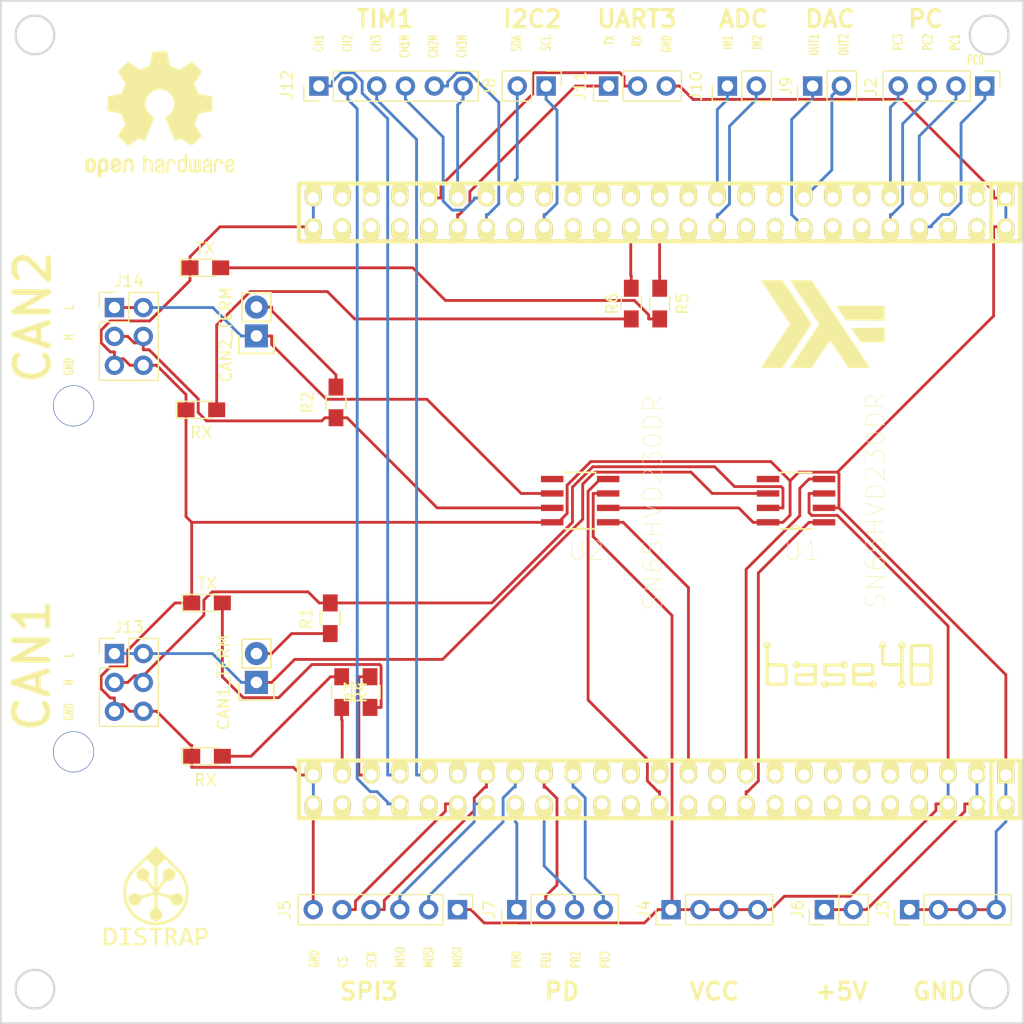
<source format=kicad_pcb>
(kicad_pcb (version 4) (host pcbnew 4.0.7)
  (title_block (title CAN4DISCO) (date 2017-01-26) (company BASE48))
  (layers (0 F.Cu signal) (31 B.Cu signal) (34 B.Paste user) (35 F.Paste user) (36 B.SilkS user) (37 F.SilkS user) (38 B.Mask user) (39 F.Mask user) (44 Edge.Cuts user))
  (net 0 "")
  (net 1 VCC)
  (net 2 GND)
  (net 3 /TIM1_CH1)
  (net 4 /TIM1_CH3)
  (net 5 /USART3_TX)
  (net 6 /PD1)
  (net 7 /PD3)
  (net 8 /CAN2_TX)
  (net 9 /CAN1_RX)
  (net 10 /+5V)
  (net 11 /CAN1_TX)
  (net 12 /CAN2_RX)
  (net 13 /PD2)
  (net 14 /PD0)
  (net 15 /USART3_RX)
  (net 16 /TIM1_CH2)
  (net 17 /TIM1_CH2N)
  (net 18 /I2C2_SCL)
  (net 19 /ADC2)
  (net 20 /DAC1_OUT)
  (net 21 /DAC2_OUT)
  (net 22 /ADC1)
  (net 23 /I2C2_SDA)
  (net 24 /TIM1_CH1N)
  (net 25 /TIM1_CH3N)
  (net 26 /CAN1_L)
  (net 27 "Net-(JP1-Pad2)")
  (net 28 /CAN2_L)
  (net 29 "Net-(JP2-Pad2)")
  (net 30 /CAN1_H)
  (net 31 /CAN2_H)
  (net 32 "Net-(D1-Pad2)")
  (net 33 "Net-(D2-Pad2)")
  (net 34 "Net-(D3-Pad2)")
  (net 35 "Net-(D4-Pad2)")
  (net 36 /CAN1_RX_LED)
  (net 37 /CAN1_TX_LED)
  (net 38 /SPI3_SCK)
  (net 39 /SPI3_MOSI)
  (net 40 /SPI3_MISO)
  (net 41 /SPI3_CS)
  (net 42 /CAN2_RX_LED)
  (net 43 /CAN2_TX_LED)
  (net 44 /PC2)
  (net 45 /PC0)
  (net 46 /PC1)
  (net 47 /PC3)
  (module Socket_Strips:Socket_Strip_Straight_1x02 (layer F.Cu) (at 112.5 110 90)
    (fp_text reference CAN1_TERM (at 0 -2.9 90) (layer F.SilkS))
    (fp_text value JUMPER)
    (pad 1 thru_hole rect (at 0 0 90) (size 2.032 2.032) (drill 1.016) (layers *.Cu *.Mask) (net 26 /CAN1_L))
    (pad 2 thru_hole oval (at 2.54 0 90) (size 2.032 2.032) (drill 1.016) (layers *.Cu *.Mask) (net 27 "Net-(JP1-Pad2)"))
  )
  (module Socket_Strips:Socket_Strip_Straight_1x02 (layer F.Cu) (at 112.5 79.5 90)
    (fp_text reference CAN2_TERM (at 0.1 -2.7 90) (layer F.SilkS))
    (fp_text value JUMPER)
    (pad 1 thru_hole rect (at 0 0 90) (size 2.032 2.032) (drill 1.016) (layers *.Cu *.Mask) (net 28 /CAN2_L))
    (pad 2 thru_hole oval (at 2.54 0 90) (size 2.032 2.032) (drill 1.016) (layers *.Cu *.Mask) (net 29 "Net-(JP2-Pad2)"))
  )
  (module Resistors_SMD:R_0805_HandSoldering (layer F.Cu) (at 119 104.35 90)
    (fp_text reference R1 (at 0 -2.1 90) (layer F.SilkS))
    (fp_text value 120R)
    (pad 1 smd rect (at -1.35 0 90) (size 1.5 1.3) (layers F.Cu F.Paste F.Mask) (net 27 "Net-(JP1-Pad2)"))
    (pad 2 smd rect (at 1.35 0 90) (size 1.5 1.3) (layers F.Cu F.Paste F.Mask) (net 30 /CAN1_H))
  )
  (module Resistors_SMD:R_0805_HandSoldering (layer F.Cu) (at 119.5 85.35 270)
    (fp_text reference R2 (at 0 2.5 270) (layer F.SilkS))
    (fp_text value 120R)
    (pad 1 smd rect (at -1.35 0 270) (size 1.5 1.3) (layers F.Cu F.Paste F.Mask) (net 29 "Net-(JP2-Pad2)"))
    (pad 2 smd rect (at 1.35 0 270) (size 1.5 1.3) (layers F.Cu F.Paste F.Mask) (net 31 /CAN2_H))
  )
  (module SN65HVD230DR:SOIC127P600X175-8N (layer F.Cu) (at 160 94 180)
    (fp_text reference U1 (at -0.508 -4.4196 180) (layer F.SilkS) (effects (font (size 1.64 1.64) (thickness 0.05))))
    (fp_text value SN65HVD230DR (at -7 0 270) (layer F.SilkS) (effects (font (size 1.64 1.64) (thickness 0.05))))
    (pad 1 smd rect (at -2.4638 -1.905 180) (size 1.9812 0.5588) (layers F.Cu F.Paste F.Mask) (net 11 /CAN1_TX))
    (pad 2 smd rect (at -2.4638 -0.635 180) (size 1.9812 0.5588) (layers F.Cu F.Paste F.Mask) (net 2 GND))
    (pad 3 smd rect (at -2.4638 0.635 180) (size 1.9812 0.5588) (layers F.Cu F.Paste F.Mask) (net 1 VCC))
    (pad 4 smd rect (at -2.4638 1.905 180) (size 1.9812 0.5588) (layers F.Cu F.Paste F.Mask) (net 9 /CAN1_RX))
    (pad 5 smd rect (at 2.4638 1.905 180) (size 1.9812 0.5588) (layers F.Cu F.Paste F.Mask))
    (pad 6 smd rect (at 2.4638 0.635 180) (size 1.9812 0.5588) (layers F.Cu F.Paste F.Mask) (net 26 /CAN1_L))
    (pad 7 smd rect (at 2.4638 -0.635 180) (size 1.9812 0.5588) (layers F.Cu F.Paste F.Mask) (net 30 /CAN1_H))
    (pad 8 smd rect (at 2.4638 -1.905 180) (size 1.9812 0.5588) (layers F.Cu F.Paste F.Mask) (net 2 GND))
  )
  (module SN65HVD230DR:SOIC127P600X175-8N (layer F.Cu) (at 141 94 180)
    (fp_text reference U2 (at -0.508 -4.4196 180) (layer F.SilkS) (effects (font (size 1.64 1.64) (thickness 0.05))))
    (fp_text value SN65HVD230DR (at -6.4 -0.2 270) (layer F.SilkS) (effects (font (size 1.64 1.64) (thickness 0.05))))
    (pad 1 smd rect (at -2.4638 -1.905 180) (size 1.9812 0.5588) (layers F.Cu F.Paste F.Mask) (net 8 /CAN2_TX))
    (pad 2 smd rect (at -2.4638 -0.635 180) (size 1.9812 0.5588) (layers F.Cu F.Paste F.Mask) (net 2 GND))
    (pad 3 smd rect (at -2.4638 0.635 180) (size 1.9812 0.5588) (layers F.Cu F.Paste F.Mask) (net 1 VCC))
    (pad 4 smd rect (at -2.4638 1.905 180) (size 1.9812 0.5588) (layers F.Cu F.Paste F.Mask) (net 12 /CAN2_RX))
    (pad 5 smd rect (at 2.4638 1.905 180) (size 1.9812 0.5588) (layers F.Cu F.Paste F.Mask))
    (pad 6 smd rect (at 2.4638 0.635 180) (size 1.9812 0.5588) (layers F.Cu F.Paste F.Mask) (net 28 /CAN2_L))
    (pad 7 smd rect (at 2.4638 -0.635 180) (size 1.9812 0.5588) (layers F.Cu F.Paste F.Mask) (net 31 /CAN2_H))
    (pad 8 smd rect (at 2.4638 -1.905 180) (size 1.9812 0.5588) (layers F.Cu F.Paste F.Mask) (net 2 GND))
  )
  (module Pin_Headers:Pin_Header_Straight_1x04_Pitch2.54mm (layer F.Cu) (at 176.62 57.5 270)
    (fp_text reference J2 (at 0.1 10.02 270) (layer F.SilkS))
    (fp_text value Conn_01x04)
    (pad 1 thru_hole rect (at 0 0 270) (size 1.7 1.7) (drill 1) (layers *.Cu *.Mask) (net 45 /PC0))
    (pad 2 thru_hole oval (at 0 2.54 270) (size 1.7 1.7) (drill 1) (layers *.Cu *.Mask) (net 46 /PC1))
    (pad 3 thru_hole oval (at 0 5.08 270) (size 1.7 1.7) (drill 1) (layers *.Cu *.Mask) (net 44 /PC2))
    (pad 4 thru_hole oval (at 0 7.62 270) (size 1.7 1.7) (drill 1) (layers *.Cu *.Mask) (net 47 /PC3))
  )
  (module Pin_Headers:Pin_Header_Straight_1x04_Pitch2.54mm (layer F.Cu) (at 170 130 90)
    (fp_text reference J3 (at 0 -2.33 90) (layer F.SilkS))
    (fp_text value Conn_01x04)
    (pad 1 thru_hole rect (at 0 0 90) (size 1.7 1.7) (drill 1) (layers *.Cu *.Mask) (net 2 GND))
    (pad 2 thru_hole oval (at 0 2.54 90) (size 1.7 1.7) (drill 1) (layers *.Cu *.Mask) (net 2 GND))
    (pad 3 thru_hole oval (at 0 5.08 90) (size 1.7 1.7) (drill 1) (layers *.Cu *.Mask) (net 2 GND))
    (pad 4 thru_hole oval (at 0 7.62 90) (size 1.7 1.7) (drill 1) (layers *.Cu *.Mask) (net 2 GND))
  )
  (module Pin_Headers:Pin_Header_Straight_1x04_Pitch2.54mm (layer F.Cu) (at 149 130 90)
    (fp_text reference J4 (at 0 -2.33 90) (layer F.SilkS))
    (fp_text value Conn_01x04)
    (pad 1 thru_hole rect (at 0 0 90) (size 1.7 1.7) (drill 1) (layers *.Cu *.Mask) (net 1 VCC))
    (pad 2 thru_hole oval (at 0 2.54 90) (size 1.7 1.7) (drill 1) (layers *.Cu *.Mask) (net 1 VCC))
    (pad 3 thru_hole oval (at 0 5.08 90) (size 1.7 1.7) (drill 1) (layers *.Cu *.Mask) (net 1 VCC))
    (pad 4 thru_hole oval (at 0 7.62 90) (size 1.7 1.7) (drill 1) (layers *.Cu *.Mask) (net 1 VCC))
  )
  (module Pin_Headers:Pin_Header_Straight_1x06_Pitch2.54mm (layer F.Cu) (at 130.2 130 270)
    (fp_text reference J5 (at 0 15.2 270) (layer F.SilkS))
    (fp_text value Conn_01x06)
    (pad 1 thru_hole rect (at 0 0 270) (size 1.7 1.7) (drill 1) (layers *.Cu *.Mask) (net 1 VCC))
    (pad 2 thru_hole oval (at 0 2.54 270) (size 1.7 1.7) (drill 1) (layers *.Cu *.Mask) (net 39 /SPI3_MOSI))
    (pad 3 thru_hole oval (at 0 5.08 270) (size 1.7 1.7) (drill 1) (layers *.Cu *.Mask) (net 40 /SPI3_MISO))
    (pad 4 thru_hole oval (at 0 7.62 270) (size 1.7 1.7) (drill 1) (layers *.Cu *.Mask) (net 38 /SPI3_SCK))
    (pad 5 thru_hole oval (at 0 10.16 270) (size 1.7 1.7) (drill 1) (layers *.Cu *.Mask) (net 41 /SPI3_CS))
    (pad 6 thru_hole oval (at 0 12.7 270) (size 1.7 1.7) (drill 1) (layers *.Cu *.Mask) (net 2 GND))
  )
  (module Pin_Headers:Pin_Header_Straight_1x02_Pitch2.54mm (layer F.Cu) (at 162.5 130 90)
    (fp_text reference J6 (at 0 -2.33 90) (layer F.SilkS))
    (fp_text value Conn_01x02)
    (pad 1 thru_hole rect (at 0 0 90) (size 1.7 1.7) (drill 1) (layers *.Cu *.Mask) (net 10 /+5V))
    (pad 2 thru_hole oval (at 0 2.54 90) (size 1.7 1.7) (drill 1) (layers *.Cu *.Mask) (net 10 /+5V))
  )
  (module Pin_Headers:Pin_Header_Straight_1x04_Pitch2.54mm (layer F.Cu) (at 135.42 130 90)
    (fp_text reference J7 (at 0 -2.42 90) (layer F.SilkS))
    (fp_text value Conn_01x04)
    (pad 1 thru_hole rect (at 0 0 90) (size 1.7 1.7) (drill 1) (layers *.Cu *.Mask) (net 14 /PD0))
    (pad 2 thru_hole oval (at 0 2.54 90) (size 1.7 1.7) (drill 1) (layers *.Cu *.Mask) (net 6 /PD1))
    (pad 3 thru_hole oval (at 0 5.08 90) (size 1.7 1.7) (drill 1) (layers *.Cu *.Mask) (net 13 /PD2))
    (pad 4 thru_hole oval (at 0 7.62 90) (size 1.7 1.7) (drill 1) (layers *.Cu *.Mask) (net 7 /PD3))
  )
  (module Pin_Headers:Pin_Header_Straight_1x02_Pitch2.54mm (layer F.Cu) (at 138 57.5 270)
    (fp_text reference J8 (at 0.1 5 270) (layer F.SilkS))
    (fp_text value Conn_01x02)
    (pad 1 thru_hole rect (at 0 0 270) (size 1.7 1.7) (drill 1) (layers *.Cu *.Mask) (net 18 /I2C2_SCL))
    (pad 2 thru_hole oval (at 0 2.54 270) (size 1.7 1.7) (drill 1) (layers *.Cu *.Mask) (net 23 /I2C2_SDA))
  )
  (module Pin_Headers:Pin_Header_Straight_1x02_Pitch2.54mm (layer F.Cu) (at 161.46 57.5 90)
    (fp_text reference J9 (at 0 -2.33 90) (layer F.SilkS))
    (fp_text value Conn_01x02)
    (pad 1 thru_hole rect (at 0 0 90) (size 1.7 1.7) (drill 1) (layers *.Cu *.Mask) (net 20 /DAC1_OUT))
    (pad 2 thru_hole oval (at 0 2.54 90) (size 1.7 1.7) (drill 1) (layers *.Cu *.Mask) (net 21 /DAC2_OUT))
  )
  (module Pin_Headers:Pin_Header_Straight_1x02_Pitch2.54mm (layer F.Cu) (at 153.96 57.5 90)
    (fp_text reference J10 (at 0 -2.76 90) (layer F.SilkS))
    (fp_text value Conn_01x02)
    (pad 1 thru_hole rect (at 0 0 90) (size 1.7 1.7) (drill 1) (layers *.Cu *.Mask) (net 22 /ADC1))
    (pad 2 thru_hole oval (at 0 2.54 90) (size 1.7 1.7) (drill 1) (layers *.Cu *.Mask) (net 19 /ADC2))
  )
  (module Pin_Headers:Pin_Header_Straight_1x03_Pitch2.54mm (layer F.Cu) (at 143.5 57.5 90)
    (fp_text reference J11 (at 0 -2.5 90) (layer F.SilkS))
    (fp_text value Conn_01x03)
    (pad 1 thru_hole rect (at 0 0 90) (size 1.7 1.7) (drill 1) (layers *.Cu *.Mask) (net 5 /USART3_TX))
    (pad 2 thru_hole oval (at 0 2.54 90) (size 1.7 1.7) (drill 1) (layers *.Cu *.Mask) (net 15 /USART3_RX))
    (pad 3 thru_hole oval (at 0 5.08 90) (size 1.7 1.7) (drill 1) (layers *.Cu *.Mask) (net 2 GND))
  )
  (module Pin_Headers:Pin_Header_Straight_1x06_Pitch2.54mm (layer F.Cu) (at 118 57.5 90)
    (fp_text reference J12 (at 0.1 -2.8 90) (layer F.SilkS))
    (fp_text value Conn_01x06)
    (pad 1 thru_hole rect (at 0 0 90) (size 1.7 1.7) (drill 1) (layers *.Cu *.Mask) (net 3 /TIM1_CH1))
    (pad 2 thru_hole oval (at 0 2.54 90) (size 1.7 1.7) (drill 1) (layers *.Cu *.Mask) (net 16 /TIM1_CH2))
    (pad 3 thru_hole oval (at 0 5.08 90) (size 1.7 1.7) (drill 1) (layers *.Cu *.Mask) (net 4 /TIM1_CH3))
    (pad 4 thru_hole oval (at 0 7.62 90) (size 1.7 1.7) (drill 1) (layers *.Cu *.Mask) (net 24 /TIM1_CH1N))
    (pad 5 thru_hole oval (at 0 10.16 90) (size 1.7 1.7) (drill 1) (layers *.Cu *.Mask) (net 17 /TIM1_CH2N))
    (pad 6 thru_hole oval (at 0 12.7 90) (size 1.7 1.7) (drill 1) (layers *.Cu *.Mask) (net 25 /TIM1_CH3N))
  )
  (module Resistors_SMD:R_0805_HandSoldering (layer F.Cu) (at 122.5 110.85 90)
    (fp_text reference R3 (at 0 -1.7 90) (layer F.SilkS))
    (fp_text value 120R)
    (pad 1 smd rect (at -1.35 0 90) (size 1.5 1.3) (layers F.Cu F.Paste F.Mask) (net 32 "Net-(D1-Pad2)"))
    (pad 2 smd rect (at 1.35 0 90) (size 1.5 1.3) (layers F.Cu F.Paste F.Mask) (net 37 /CAN1_TX_LED))
  )
  (module Resistors_SMD:R_0805_HandSoldering (layer F.Cu) (at 120 110.85 270)
    (fp_text reference R4 (at 0 -1.7 270) (layer F.SilkS))
    (fp_text value 120R)
    (pad 1 smd rect (at -1.35 0 270) (size 1.5 1.3) (layers F.Cu F.Paste F.Mask) (net 33 "Net-(D2-Pad2)"))
    (pad 2 smd rect (at 1.35 0 270) (size 1.5 1.3) (layers F.Cu F.Paste F.Mask) (net 36 /CAN1_RX_LED))
  )
  (module Resistors_SMD:R_0805_HandSoldering (layer F.Cu) (at 148 76.65 90)
    (fp_text reference R5 (at 0 2 90) (layer F.SilkS))
    (fp_text value 120R)
    (pad 1 smd rect (at -1.35 0 90) (size 1.5 1.3) (layers F.Cu F.Paste F.Mask) (net 34 "Net-(D3-Pad2)"))
    (pad 2 smd rect (at 1.35 0 90) (size 1.5 1.3) (layers F.Cu F.Paste F.Mask) (net 43 /CAN2_TX_LED))
  )
  (module Resistors_SMD:R_0805_HandSoldering (layer F.Cu) (at 145.5 76.65 90)
    (fp_text reference R6 (at 0 -1.7 90) (layer F.SilkS))
    (fp_text value 120R)
    (pad 1 smd rect (at -1.35 0 90) (size 1.5 1.3) (layers F.Cu F.Paste F.Mask) (net 35 "Net-(D4-Pad2)"))
    (pad 2 smd rect (at 1.35 0 90) (size 1.5 1.3) (layers F.Cu F.Paste F.Mask) (net 42 /CAN2_RX_LED))
  )
  (module LEDs:LED_0805_HandSoldering (layer F.Cu) (at 108.15 103)
    (fp_text reference TX (at 0 -1.7) (layer F.SilkS))
    (fp_text value LED)
    (pad 1 smd rect (at -1.35 0) (size 1.5 1.3) (layers F.Cu F.Paste F.Mask) (net 2 GND))
    (pad 2 smd rect (at 1.35 0) (size 1.5 1.3) (layers F.Cu F.Paste F.Mask) (net 32 "Net-(D1-Pad2)"))
  )
  (module LEDs:LED_0805_HandSoldering (layer F.Cu) (at 108.15 116.5)
    (fp_text reference RX (at -0.15 2.1) (layer F.SilkS))
    (fp_text value LED)
    (pad 1 smd rect (at -1.35 0) (size 1.5 1.3) (layers F.Cu F.Paste F.Mask) (net 2 GND))
    (pad 2 smd rect (at 1.35 0) (size 1.5 1.3) (layers F.Cu F.Paste F.Mask) (net 33 "Net-(D2-Pad2)"))
  )
  (module LEDs:LED_0805_HandSoldering (layer F.Cu) (at 108 73.5)
    (fp_text reference TX (at 0 -1.7) (layer F.SilkS))
    (fp_text value LED)
    (pad 1 smd rect (at -1.35 0) (size 1.5 1.3) (layers F.Cu F.Paste F.Mask) (net 2 GND))
    (pad 2 smd rect (at 1.35 0) (size 1.5 1.3) (layers F.Cu F.Paste F.Mask) (net 34 "Net-(D3-Pad2)"))
  )
  (module LEDs:LED_0805_HandSoldering (layer F.Cu) (at 107.65 86)
    (fp_text reference RX (at 0 2) (layer F.SilkS))
    (fp_text value LED)
    (pad 1 smd rect (at -1.35 0) (size 1.5 1.3) (layers F.Cu F.Paste F.Mask) (net 2 GND))
    (pad 2 smd rect (at 1.35 0) (size 1.5 1.3) (layers F.Cu F.Paste F.Mask) (net 35 "Net-(D4-Pad2)"))
  )
  (module f4disco_minimal:stm32f4_discovery_header (layer F.Cu) (at 163.79 94.02)
    (fp_text reference J1 hide)
    (fp_text value STM32F4_Discovery_Header hide)
    (pad 51 thru_hole oval (at -46.28 24.13) (size 1.5 2) (drill 0.99822 (offset 0 -0.25)) (layers *.Cu *.Mask F.SilkS) (net 2 GND))
    (pad 53 thru_hole oval (at -43.74 24.13) (size 1.5 2) (drill 0.99822 (offset 0 -0.25)) (layers *.Cu *.Mask F.SilkS) (net 36 /CAN1_RX_LED))
    (pad 55 thru_hole oval (at -41.2 24.13) (size 1.5 2) (drill 0.99822 (offset 0 -0.25)) (layers *.Cu *.Mask F.SilkS) (net 37 /CAN1_TX_LED))
    (pad 57 thru_hole oval (at -38.66 24.13) (size 1.5 2) (drill 0.99822 (offset 0 -0.25)) (layers *.Cu *.Mask F.SilkS) (net 3 /TIM1_CH1))
    (pad 59 thru_hole oval (at -36.12 24.13) (size 1.5 2) (drill 0.99822 (offset 0 -0.25)) (layers *.Cu *.Mask F.SilkS) (net 4 /TIM1_CH3))
    (pad 61 thru_hole oval (at -33.58 24.13) (size 1.5 2) (drill 0.99822 (offset 0 -0.25)) (layers *.Cu *.Mask F.SilkS))
    (pad 63 thru_hole oval (at -31.04 24.13) (size 1.5 2) (drill 0.99822 (offset 0 -0.25)) (layers *.Cu *.Mask F.SilkS) (net 38 /SPI3_SCK))
    (pad 65 thru_hole oval (at -28.5 24.13) (size 1.5 2) (drill 0.99822 (offset 0 -0.25)) (layers *.Cu *.Mask F.SilkS) (net 39 /SPI3_MOSI))
    (pad 67 thru_hole oval (at -25.96 24.13) (size 1.5 2) (drill 0.99822 (offset 0 -0.25)) (layers *.Cu *.Mask F.SilkS) (net 6 /PD1))
    (pad 69 thru_hole oval (at -23.42 24.13) (size 1.5 2) (drill 0.99822 (offset 0 -0.25)) (layers *.Cu *.Mask F.SilkS) (net 7 /PD3))
    (pad 71 thru_hole oval (at -20.88 24.13) (size 1.5 2) (drill 0.99822 (offset 0 -0.25)) (layers *.Cu *.Mask F.SilkS))
    (pad 73 thru_hole oval (at -18.34 24.13) (size 1.5 2) (drill 0.99822 (offset 0 -0.25)) (layers *.Cu *.Mask F.SilkS))
    (pad 75 thru_hole oval (at -15.8 24.13) (size 1.5 2) (drill 0.99822 (offset 0 -0.25)) (layers *.Cu *.Mask F.SilkS))
    (pad 77 thru_hole oval (at -13.26 24.13) (size 1.5 2) (drill 0.99822 (offset 0 -0.25)) (layers *.Cu *.Mask F.SilkS) (net 8 /CAN2_TX))
    (pad 79 thru_hole oval (at -10.72 24.13) (size 1.5 2) (drill 0.99822 (offset 0 -0.25)) (layers *.Cu *.Mask F.SilkS))
    (pad 81 thru_hole oval (at -8.18 24.13) (size 1.5 2) (drill 0.99822 (offset 0 -0.25)) (layers *.Cu *.Mask F.SilkS) (net 9 /CAN1_RX))
    (pad 83 thru_hole oval (at -5.64 24.13) (size 1.5 2) (drill 0.99822 (offset 0 -0.25)) (layers *.Cu *.Mask F.SilkS))
    (pad 85 thru_hole oval (at -3.1 24.13) (size 1.5 2) (drill 0.99822 (offset 0 -0.25)) (layers *.Cu *.Mask F.SilkS))
    (pad 87 thru_hole oval (at -0.56 24.13) (size 1.5 2) (drill 0.99822 (offset 0 -0.25)) (layers *.Cu *.Mask F.SilkS))
    (pad 89 thru_hole oval (at 1.98 24.13) (size 1.5 2) (drill 0.99822 (offset 0 -0.25)) (layers *.Cu *.Mask F.SilkS))
    (pad 91 thru_hole oval (at 4.52 24.13) (size 1.5 2) (drill 0.99822 (offset 0 -0.25)) (layers *.Cu *.Mask F.SilkS))
    (pad 93 thru_hole oval (at 7.06 24.13) (size 1.5 2) (drill 0.99822 (offset 0 -0.25)) (layers *.Cu *.Mask F.SilkS))
    (pad 95 thru_hole oval (at 9.6 24.13) (size 1.5 2) (drill 0.99822 (offset 0 -0.25)) (layers *.Cu *.Mask F.SilkS) (net 1 VCC))
    (pad 97 thru_hole oval (at 12.14 24.13) (size 1.5 2) (drill 0.99822 (offset 0 -0.25)) (layers *.Cu *.Mask F.SilkS) (net 10 /+5V))
    (pad 99 thru_hole rect (at 14.68 24.13) (size 1.5 2) (drill 1.00076 (offset 0 -0.25)) (layers *.Cu *.Mask F.SilkS) (net 2 GND))
    (pad 100 thru_hole oval (at 14.68 26.67) (size 1.5 2) (drill 1.00076 (offset 0 0.25)) (layers *.Cu *.Mask F.SilkS) (net 2 GND))
    (pad 98 thru_hole oval (at 12.14 26.67) (size 1.5 2) (drill 1.00076 (offset 0 0.25)) (layers *.Cu *.Mask F.SilkS) (net 10 /+5V))
    (pad 96 thru_hole oval (at 9.6 26.67) (size 1.5 2) (drill 1.00076 (offset 0 0.25)) (layers *.Cu *.Mask F.SilkS) (net 1 VCC))
    (pad 94 thru_hole oval (at 7.06 26.67) (size 1.5 2) (drill 1.00076 (offset 0 0.25)) (layers *.Cu *.Mask F.SilkS))
    (pad 92 thru_hole oval (at 4.52 26.67) (size 1.5 2) (drill 1.00076 (offset 0 0.25)) (layers *.Cu *.Mask F.SilkS))
    (pad 90 thru_hole oval (at 1.98 26.67) (size 1.5 2) (drill 1.00076 (offset 0 0.25)) (layers *.Cu *.Mask F.SilkS))
    (pad 88 thru_hole oval (at -0.56 26.67) (size 1.5 2) (drill 1.00076 (offset 0 0.25)) (layers *.Cu *.Mask F.SilkS))
    (pad 86 thru_hole oval (at -3.1 26.67) (size 1.5 2) (drill 1.00076 (offset 0 0.25)) (layers *.Cu *.Mask F.SilkS))
    (pad 84 thru_hole oval (at -5.64 26.67) (size 1.5 2) (drill 1.00076 (offset 0 0.25)) (layers *.Cu *.Mask F.SilkS))
    (pad 82 thru_hole oval (at -8.18 26.67) (size 1.5 2) (drill 1.00076 (offset 0 0.25)) (layers *.Cu *.Mask F.SilkS) (net 11 /CAN1_TX))
    (pad 80 thru_hole oval (at -10.72 26.67) (size 1.5 2) (drill 1.00076 (offset 0 0.25)) (layers *.Cu *.Mask F.SilkS))
    (pad 78 thru_hole oval (at -13.26 26.67) (size 1.5 2) (drill 1.00076 (offset 0 0.25)) (layers *.Cu *.Mask F.SilkS))
    (pad 76 thru_hole oval (at -15.8 26.67) (size 1.5 2) (drill 1.00076 (offset 0 0.25)) (layers *.Cu *.Mask F.SilkS) (net 12 /CAN2_RX))
    (pad 74 thru_hole oval (at -18.34 26.67) (size 1.5 2) (drill 1.00076 (offset 0 0.25)) (layers *.Cu *.Mask F.SilkS))
    (pad 72 thru_hole oval (at -20.88 26.67) (size 1.5 2) (drill 1.00076 (offset 0 0.25)) (layers *.Cu *.Mask F.SilkS))
    (pad 70 thru_hole oval (at -23.42 26.67) (size 1.5 2) (drill 1.00076 (offset 0 0.25)) (layers *.Cu *.Mask F.SilkS))
    (pad 68 thru_hole oval (at -25.96 26.67) (size 1.5 2) (drill 1.00076 (offset 0 0.25)) (layers *.Cu *.Mask F.SilkS) (net 13 /PD2))
    (pad 66 thru_hole oval (at -28.5 26.67) (size 1.5 2) (drill 1.00076 (offset 0 0.25)) (layers *.Cu *.Mask F.SilkS) (net 14 /PD0))
    (pad 64 thru_hole oval (at -31.04 26.67) (size 1.5 2) (drill 1.00076 (offset 0 0.25)) (layers *.Cu *.Mask F.SilkS) (net 40 /SPI3_MISO))
    (pad 62 thru_hole oval (at -33.58 26.67) (size 1.5 2) (drill 1.00076 (offset 0 0.25)) (layers *.Cu *.Mask F.SilkS) (net 41 /SPI3_CS))
    (pad 60 thru_hole oval (at -36.12 26.67) (size 1.5 2) (drill 1.00076 (offset 0 0.25)) (layers *.Cu *.Mask F.SilkS))
    (pad 58 thru_hole oval (at -38.66 26.67) (size 1.5 2) (drill 1.00076 (offset 0 0.25)) (layers *.Cu *.Mask F.SilkS) (net 16 /TIM1_CH2))
    (pad 56 thru_hole oval (at -41.2 26.67) (size 1.5 2) (drill 1.00076 (offset 0 0.25)) (layers *.Cu *.Mask F.SilkS))
    (pad 54 thru_hole oval (at -43.74 26.67) (size 1.5 2) (drill 1.00076 (offset 0 0.25)) (layers *.Cu *.Mask F.SilkS))
    (pad 52 thru_hole oval (at -46.28 26.67) (size 1.5 2) (drill 1.00076 (offset 0 0.25)) (layers *.Cu *.Mask F.SilkS) (net 2 GND))
    (pad 50 thru_hole oval (at -46.28 -24.13) (size 1.5 2) (drill 1.00076 (offset 0 0.25)) (layers *.Cu *.Mask F.SilkS) (net 2 GND))
    (pad 48 thru_hole oval (at -43.74 -24.13) (size 1.5 2) (drill 1.00076 (offset 0 0.25)) (layers *.Cu *.Mask F.SilkS))
    (pad 46 thru_hole oval (at -41.2 -24.13) (size 1.5 2) (drill 1.00076 (offset 0 0.25)) (layers *.Cu *.Mask F.SilkS))
    (pad 44 thru_hole oval (at -38.66 -24.13) (size 1.5 2) (drill 1.00076 (offset 0 0.25)) (layers *.Cu *.Mask F.SilkS))
    (pad 42 thru_hole oval (at -36.12 -24.13) (size 1.5 2) (drill 1.00076 (offset 0 0.25)) (layers *.Cu *.Mask F.SilkS))
    (pad 40 thru_hole oval (at -33.58 -24.13) (size 1.5 2) (drill 1.00076 (offset 0 0.25)) (layers *.Cu *.Mask F.SilkS) (net 5 /USART3_TX))
    (pad 38 thru_hole oval (at -31.04 -24.13) (size 1.5 2) (drill 1.00076 (offset 0 0.25)) (layers *.Cu *.Mask F.SilkS) (net 17 /TIM1_CH2N))
    (pad 36 thru_hole oval (at -28.5 -24.13) (size 1.5 2) (drill 1.00076 (offset 0 0.25)) (layers *.Cu *.Mask F.SilkS))
    (pad 34 thru_hole oval (at -25.96 -24.13) (size 1.5 2) (drill 1.00076 (offset 0 0.25)) (layers *.Cu *.Mask F.SilkS) (net 18 /I2C2_SCL))
    (pad 32 thru_hole oval (at -23.42 -24.13) (size 1.5 2) (drill 1.00076 (offset 0 0.25)) (layers *.Cu *.Mask F.SilkS))
    (pad 30 thru_hole oval (at -20.88 -24.13) (size 1.5 2) (drill 1.00076 (offset 0 0.25)) (layers *.Cu *.Mask F.SilkS))
    (pad 28 thru_hole oval (at -18.34 -24.13) (size 1.5 2) (drill 1.00076 (offset 0 0.25)) (layers *.Cu *.Mask F.SilkS) (net 42 /CAN2_RX_LED))
    (pad 26 thru_hole oval (at -15.8 -24.13) (size 1.5 2) (drill 1.00076 (offset 0 0.25)) (layers *.Cu *.Mask F.SilkS) (net 43 /CAN2_TX_LED))
    (pad 24 thru_hole oval (at -13.26 -24.13) (size 1.5 2) (drill 1.00076 (offset 0 0.25)) (layers *.Cu *.Mask F.SilkS))
    (pad 22 thru_hole oval (at -10.72 -24.13) (size 1.5 2) (drill 1.00076 (offset 0 0.25)) (layers *.Cu *.Mask F.SilkS) (net 19 /ADC2))
    (pad 20 thru_hole oval (at -8.18 -24.13) (size 1.5 2) (drill 1.00076 (offset 0 0.25)) (layers *.Cu *.Mask F.SilkS))
    (pad 18 thru_hole oval (at -5.64 -24.13) (size 1.5 2) (drill 1.00076 (offset 0 0.25)) (layers *.Cu *.Mask F.SilkS))
    (pad 16 thru_hole oval (at -3.1 -24.13) (size 1.5 2) (drill 1.00076 (offset 0 0.25)) (layers *.Cu *.Mask F.SilkS) (net 20 /DAC1_OUT))
    (pad 14 thru_hole oval (at -0.56 -24.13) (size 1.5 2) (drill 1.00076 (offset 0 0.25)) (layers *.Cu *.Mask F.SilkS))
    (pad 12 thru_hole oval (at 1.98 -24.13) (size 1.5 2) (drill 1.00076 (offset 0 0.25)) (layers *.Cu *.Mask F.SilkS))
    (pad 10 thru_hole oval (at 4.52 -24.13) (size 1.5 2) (drill 1.00076 (offset 0 0.25)) (layers *.Cu *.Mask F.SilkS) (net 44 /PC2))
    (pad 8 thru_hole oval (at 7.06 -24.13) (size 1.5 2) (drill 1.00076 (offset 0 0.25)) (layers *.Cu *.Mask F.SilkS) (net 45 /PC0))
    (pad 6 thru_hole oval (at 9.6 -24.13) (size 1.5 2) (drill 1.00076 (offset 0 0.25)) (layers *.Cu *.Mask F.SilkS))
    (pad 4 thru_hole oval (at 12.14 -24.13) (size 1.5 2) (drill 1.00076 (offset 0 0.25)) (layers *.Cu *.Mask F.SilkS))
    (pad 2 thru_hole oval (at 14.68 -24.13) (size 1.5 2) (drill 1.00076 (offset 0 0.25)) (layers *.Cu *.Mask F.SilkS) (net 2 GND))
    (pad 1 thru_hole rect (at 14.68 -26.67) (size 1.5 2) (drill 1.00076 (offset 0 -0.25)) (layers *.Cu *.Mask F.SilkS) (net 2 GND))
    (pad 3 thru_hole oval (at 12.14 -26.67) (size 1.5 2) (drill 0.99822 (offset 0 -0.25)) (layers *.Cu *.Mask F.SilkS))
    (pad 5 thru_hole oval (at 9.6 -26.67) (size 1.5 2) (drill 0.99822 (offset 0 -0.25)) (layers *.Cu *.Mask F.SilkS))
    (pad 7 thru_hole oval (at 7.06 -26.67) (size 1.5 2) (drill 0.99822 (offset 0 -0.25)) (layers *.Cu *.Mask F.SilkS) (net 46 /PC1))
    (pad 9 thru_hole oval (at 4.52 -26.67) (size 1.5 2) (drill 0.99822 (offset 0 -0.25)) (layers *.Cu *.Mask F.SilkS) (net 47 /PC3))
    (pad 11 thru_hole oval (at 1.98 -26.67) (size 1.5 2) (drill 0.99822 (offset 0 -0.25)) (layers *.Cu *.Mask F.SilkS))
    (pad 13 thru_hole oval (at -0.56 -26.67) (size 1.5 2) (drill 0.99822 (offset 0 -0.25)) (layers *.Cu *.Mask F.SilkS))
    (pad 15 thru_hole oval (at -3.1 -26.67) (size 1.5 2) (drill 0.99822 (offset 0 -0.25)) (layers *.Cu *.Mask F.SilkS) (net 21 /DAC2_OUT))
    (pad 17 thru_hole oval (at -5.64 -26.67) (size 1.5 2) (drill 0.99822 (offset 0 -0.25)) (layers *.Cu *.Mask F.SilkS))
    (pad 19 thru_hole oval (at -8.18 -26.67) (size 1.5 2) (drill 0.99822 (offset 0 -0.25)) (layers *.Cu *.Mask F.SilkS))
    (pad 21 thru_hole oval (at -10.72 -26.67) (size 1.5 2) (drill 0.99822 (offset 0 -0.25)) (layers *.Cu *.Mask F.SilkS) (net 22 /ADC1))
    (pad 23 thru_hole oval (at -13.26 -26.67) (size 1.5 2) (drill 0.99822 (offset 0 -0.25)) (layers *.Cu *.Mask F.SilkS))
    (pad 25 thru_hole oval (at -15.8 -26.67) (size 1.5 2) (drill 0.99822 (offset 0 -0.25)) (layers *.Cu *.Mask F.SilkS))
    (pad 27 thru_hole oval (at -18.34 -26.67) (size 1.5 2) (drill 0.99822 (offset 0 -0.25)) (layers *.Cu *.Mask F.SilkS))
    (pad 29 thru_hole oval (at -20.88 -26.67) (size 1.5 2) (drill 0.99822 (offset 0 -0.25)) (layers *.Cu *.Mask F.SilkS))
    (pad 31 thru_hole oval (at -23.42 -26.67) (size 1.5 2) (drill 0.99822 (offset 0 -0.25)) (layers *.Cu *.Mask F.SilkS))
    (pad 33 thru_hole oval (at -25.96 -26.67) (size 1.5 2) (drill 0.99822 (offset 0 -0.25)) (layers *.Cu *.Mask F.SilkS))
    (pad 35 thru_hole oval (at -28.5 -26.67) (size 1.5 2) (drill 0.99822 (offset 0 -0.25)) (layers *.Cu *.Mask F.SilkS) (net 23 /I2C2_SDA))
    (pad 37 thru_hole oval (at -31.04 -26.67) (size 1.5 2) (drill 0.99822 (offset 0 -0.25)) (layers *.Cu *.Mask F.SilkS) (net 24 /TIM1_CH1N))
    (pad 39 thru_hole oval (at -33.58 -26.67) (size 1.5 2) (drill 0.99822 (offset 0 -0.25)) (layers *.Cu *.Mask F.SilkS) (net 25 /TIM1_CH3N))
    (pad 41 thru_hole oval (at -36.12 -26.67) (size 1.5 2) (drill 0.99822 (offset 0 -0.25)) (layers *.Cu *.Mask F.SilkS) (net 15 /USART3_RX))
    (pad 43 thru_hole oval (at -38.66 -26.67) (size 1.5 2) (drill 0.99822 (offset 0 -0.25)) (layers *.Cu *.Mask F.SilkS))
    (pad 45 thru_hole oval (at -41.2 -26.67) (size 1.5 2) (drill 0.99822 (offset 0 -0.25)) (layers *.Cu *.Mask F.SilkS))
    (pad 47 thru_hole oval (at -43.74 -26.67) (size 1.5 2) (drill 0.99822 (offset 0 -0.25)) (layers *.Cu *.Mask F.SilkS))
    (pad 49 thru_hole oval (at -46.28 -26.67) (size 1.5 2) (drill 0.99822 (offset 0 -0.25)) (layers *.Cu *.Mask F.SilkS) (net 2 GND))
  )
  (module libs:distrap_logo_mini_9x9mm (layer F.Cu) (at 103.65 128.8)
    (fp_text reference G*** hide)
    (fp_text value LOGO hide)
  )
  (module libs:base48_15x4 (layer F.Cu) (at 164.55 108.45)
    (fp_text reference G*** hide)
    (fp_text value LOGO hide)
  )
  (module libs:haskell_11x8 (layer F.Cu) (at 162.35 78.45)
    (fp_text reference G*** hide)
    (fp_text value LOGO hide)
  )
  (module Symbols:OSHW-Logo2_14.6x12mm_SilkScreen (layer F.Cu) (at 104 60)
    (fp_text reference REF*** hide)
    (fp_text value OSHW-Logo2_14.6x12mm_SilkScreen hide)
  )
  (module libs:CAN_Header (layer F.Cu) (at 100 77)
    (fp_text reference J14 (at 1.27 -2.33) (layer F.SilkS))
    (fp_text value Conn_02x03_Odd_Even)
    (pad 1 thru_hole rect (at 0 0) (size 1.7 1.7) (drill 1) (layers *.Cu *.Mask) (net 28 /CAN2_L))
    (pad 2 thru_hole oval (at 2.54 0) (size 1.7 1.7) (drill 1) (layers *.Cu *.Mask) (net 28 /CAN2_L))
    (pad 3 thru_hole oval (at 0 2.54) (size 1.7 1.7) (drill 1) (layers *.Cu *.Mask) (net 31 /CAN2_H))
    (pad 4 thru_hole oval (at 2.54 2.54) (size 1.7 1.7) (drill 1) (layers *.Cu *.Mask) (net 31 /CAN2_H))
    (pad 5 thru_hole oval (at 0 5.08) (size 1.7 1.7) (drill 1) (layers *.Cu *.Mask) (net 2 GND))
    (pad 6 thru_hole oval (at 2.54 5.08) (size 1.7 1.7) (drill 1) (layers *.Cu *.Mask) (net 2 GND))
    (pad "" np_thru_hole circle (at -3.6 8.65) (size 3.6 3.6) (drill 3.5) (layers *.Cu *.Mask))
  )
  (module libs:CAN_Header (layer F.Cu) (at 100 107.46)
    (fp_text reference J13 (at 1.27 -2.33) (layer F.SilkS))
    (fp_text value Conn_02x03_Odd_Even)
    (pad 1 thru_hole rect (at 0 0) (size 1.7 1.7) (drill 1) (layers *.Cu *.Mask) (net 26 /CAN1_L))
    (pad 2 thru_hole oval (at 2.54 0) (size 1.7 1.7) (drill 1) (layers *.Cu *.Mask) (net 26 /CAN1_L))
    (pad 3 thru_hole oval (at 0 2.54) (size 1.7 1.7) (drill 1) (layers *.Cu *.Mask) (net 30 /CAN1_H))
    (pad 4 thru_hole oval (at 2.54 2.54) (size 1.7 1.7) (drill 1) (layers *.Cu *.Mask) (net 30 /CAN1_H))
    (pad 5 thru_hole oval (at 0 5.08) (size 1.7 1.7) (drill 1) (layers *.Cu *.Mask) (net 2 GND))
    (pad 6 thru_hole oval (at 2.54 5.08) (size 1.7 1.7) (drill 1) (layers *.Cu *.Mask) (net 2 GND))
    (pad "" np_thru_hole circle (at -3.6 8.65) (size 3.6 3.6) (drill 3.5) (layers *.Cu *.Mask))
  )
  (gr_text H (at 96 79.6 90) (layer F.SilkS) (effects (font (size 0.8 0.5) (thickness 0.125))))
  (gr_text GND (at 96 82.2 90) (layer F.SilkS) (effects (font (size 0.8 0.5) (thickness 0.125))))
  (gr_text L (at 96 77 90) (layer F.SilkS) (effects (font (size 0.8 0.5) (thickness 0.125))))
  (gr_text GND (at 96 112.6 90) (layer F.SilkS) (effects (font (size 0.8 0.5) (thickness 0.125))))
  (gr_text L (at 96 107.6 90) (layer F.SilkS) (effects (font (size 0.8 0.5) (thickness 0.125))))
  (gr_text H (at 96 110 90) (layer F.SilkS) (effects (font (size 0.8 0.5) (thickness 0.125))))
  (gr_text PC0 (at 175.8 55.2) (layer F.SilkS) (effects (font (size 0.8 0.5) (thickness 0.125))))
  (gr_text PC1 (at 174 53.642857 90) (layer F.SilkS) (effects (font (size 0.8 0.5) (thickness 0.125))))
  (gr_text PC2 (at 171.6 53.642857 90) (layer F.SilkS) (effects (font (size 0.8 0.5) (thickness 0.125))))
  (gr_text PC3 (at 169 53.642857 90) (layer F.SilkS) (effects (font (size 0.8 0.5) (thickness 0.125))))
  (gr_text PC (at 171.4 51.6) (layer F.SilkS) (effects (font (size 1.5 1.5) (thickness 0.3))))
  (gr_text OUT2 (at 164.2 53.857143 90) (layer F.SilkS) (effects (font (size 0.8 0.5) (thickness 0.125))))
  (gr_text OUT1 (at 161.6 53.857143 90) (layer F.SilkS) (effects (font (size 0.8 0.5) (thickness 0.125))))
  (gr_text DAC (at 163 51.6) (layer F.SilkS) (effects (font (size 1.5 1.5) (thickness 0.3))))
  (gr_text IN2 (at 156.6 53.657143 90) (layer F.SilkS) (effects (font (size 0.8 0.5) (thickness 0.125))))
  (gr_text IN1 (at 154 53.657143 90) (layer F.SilkS) (effects (font (size 0.8 0.5) (thickness 0.125))))
  (gr_text ADC (at 155.4 51.6) (layer F.SilkS) (effects (font (size 1.5 1.5) (thickness 0.3))))
  (gr_text GND (at 148.6 53.8 90) (layer F.SilkS) (effects (font (size 0.8 0.5) (thickness 0.125))))
  (gr_text RX (at 146 53.52619 90) (layer F.SilkS) (effects (font (size 0.8 0.5) (thickness 0.125))))
  (gr_text TX (at 143.6 53.466666 90) (layer F.SilkS) (effects (font (size 0.8 0.5) (thickness 0.125))))
  (gr_text UART3 (at 146 51.6) (layer F.SilkS) (effects (font (size 1.5 1.5) (thickness 0.3))))
  (gr_text SCL (at 138 53.728571 90) (layer F.SilkS) (effects (font (size 0.8 0.5) (thickness 0.125))))
  (gr_text SDA (at 135.4 53.740476 90) (layer F.SilkS) (effects (font (size 0.8 0.5) (thickness 0.125))))
  (gr_text I2C2 (at 136.8 51.6) (layer F.SilkS) (effects (font (size 1.5 1.5) (thickness 0.3))))
  (gr_text CH1 (at 118 53.738095 90) (layer F.SilkS) (effects (font (size 0.8 0.5) (thickness 0.125))))
  (gr_text CH3 (at 123.04 53.738095 90) (layer F.SilkS) (effects (font (size 0.8 0.5) (thickness 0.125))))
  (gr_text TIM1 (at 123.8 51.6) (layer F.SilkS) (effects (font (size 1.5 1.5) (thickness 0.3))))
  (gr_text CH1N (at 125.56 54 90) (layer F.SilkS) (effects (font (size 0.8 0.5) (thickness 0.125))))
  (gr_text CH2 (at 120.52 53.738095 90) (layer F.SilkS) (effects (font (size 0.8 0.5) (thickness 0.125))))
  (gr_text CH2N (at 128.08 54 90) (layer F.SilkS) (effects (font (size 0.8 0.5) (thickness 0.125))))
  (gr_text CH3N (at 130.6 54 90) (layer F.SilkS) (effects (font (size 0.8 0.5) (thickness 0.125))))
  (gr_text PD3 (at 143.2 134.399998 90) (layer F.SilkS) (effects (font (size 0.8 0.5) (thickness 0.125))))
  (gr_text PD2 (at 140.6 134.399998 90) (layer F.SilkS) (effects (font (size 0.8 0.5) (thickness 0.125))))
  (gr_text PD1 (at 138 134.399998 90) (layer F.SilkS) (effects (font (size 0.8 0.5) (thickness 0.125))))
  (gr_text PD0 (at 135.4 134.399998 90) (layer F.SilkS) (effects (font (size 0.8 0.5) (thickness 0.125))))
  (gr_text GND (at 172.6 137.2) (layer F.SilkS) (effects (font (size 1.5 1.5) (thickness 0.3))))
  (gr_text +5V (at 164 137.2) (layer F.SilkS) (effects (font (size 1.5 1.5) (thickness 0.3))))
  (gr_text VCC (at 152.8 137.2) (layer F.SilkS) (effects (font (size 1.5 1.5) (thickness 0.3))))
  (gr_text PD (at 139.4 137.2) (layer F.SilkS) (effects (font (size 1.5 1.5) (thickness 0.3))))
  (gr_text MOSI (at 130.2 134.2 90) (layer F.SilkS) (effects (font (size 0.8 0.5) (thickness 0.125))))
  (gr_text MOSI (at 127.68 134.2 90) (layer F.SilkS) (effects (font (size 0.8 0.5) (thickness 0.125))))
  (gr_text MISO (at 125.16 134.2 90) (layer F.SilkS) (effects (font (size 0.8 0.5) (thickness 0.125))))
  (gr_text SCK (at 122.64 134.366667 90) (layer F.SilkS) (effects (font (size 0.8 0.5) (thickness 0.125))))
  (gr_text CS (at 120.12 134.616667 90) (layer F.SilkS) (effects (font (size 0.8 0.5) (thickness 0.125))))
  (gr_text GND (at 117.6 134.342857 90) (layer F.SilkS) (effects (font (size 0.8 0.5) (thickness 0.125))))
  (gr_text SPI3 (at 122.4 137.2) (layer F.SilkS) (effects (font (size 1.5 1.5) (thickness 0.3))))
  (gr_text CAN2 (at 92.8 77.85 90) (layer F.SilkS) (effects (font (size 3 3) (thickness 0.5))))
  (gr_text CAN1 (at 92.75 108.5 90) (layer F.SilkS) (effects (font (size 3 3) (thickness 0.5))))
  (gr_circle (center 93 53) (end 94.7 53.1) (layer Edge.Cuts) (width 0.2))
  (gr_circle (center 93 137) (end 94.7 137.1) (layer Edge.Cuts) (width 0.2))
  (gr_circle (center 176.997062 137) (end 178.697062 137.1) (layer Edge.Cuts) (width 0.2))
  (gr_circle (center 177 53) (end 178.7 53.1) (layer Edge.Cuts) (width 0.2))
  (gr_line (start 90 50) (end 180 50) (layer Edge.Cuts) (width 0.15))
  (gr_line (start 90 140) (end 90 50) (layer Edge.Cuts) (width 0.15))
  (gr_line (start 180 140) (end 90 140) (layer Edge.Cuts) (width 0.15))
  (gr_line (start 180 50) (end 180 140) (layer Edge.Cuts) (width 0.15))
  (segment (start 173.39 120.69) (end 173.39 118.15) (width 0.25) (layer B.Cu) (net 1))
  (segment (start 146.6494 131.1753) (end 147.8247 130) (width 0.25) (layer F.Cu) (net 1))
  (segment (start 132.5506 131.1753) (end 146.6494 131.1753) (width 0.25) (layer F.Cu) (net 1))
  (segment (start 131.3753 130) (end 132.5506 131.1753) (width 0.25) (layer F.Cu) (net 1))
  (segment (start 130.2 130) (end 131.3753 130) (width 0.25) (layer F.Cu) (net 1))
  (segment (start 149 130) (end 147.8247 130) (width 0.25) (layer F.Cu) (net 1))
  (segment (start 156.62 130) (end 154.08 130) (width 0.25) (layer F.Cu) (net 1))
  (segment (start 158.9706 128.8247) (end 157.7953 130) (width 0.25) (layer F.Cu) (net 1))
  (segment (start 164.7681 128.8247) (end 158.9706 128.8247) (width 0.25) (layer F.Cu) (net 1))
  (segment (start 172.3147 121.2781) (end 164.7681 128.8247) (width 0.25) (layer F.Cu) (net 1))
  (segment (start 172.3147 120.69) (end 172.3147 121.2781) (width 0.25) (layer F.Cu) (net 1))
  (segment (start 173.39 120.69) (end 172.3147 120.69) (width 0.25) (layer F.Cu) (net 1))
  (segment (start 156.62 130) (end 157.7953 130) (width 0.25) (layer F.Cu) (net 1))
  (segment (start 154.08 130) (end 151.54 130) (width 0.25) (layer F.Cu) (net 1))
  (segment (start 143.4638 93.365) (end 142.1479 93.365) (width 0.25) (layer F.Cu) (net 1))
  (segment (start 151.54 130) (end 149.085 130) (width 0.25) (layer F.Cu) (net 1))
  (segment (start 149.085 130) (end 149 130) (width 0.25) (layer F.Cu) (net 1))
  (segment (start 161.1479 95.0554) (end 161.1479 93.365) (width 0.25) (layer F.Cu) (net 1))
  (segment (start 161.3927 95.3002) (end 161.1479 95.0554) (width 0.25) (layer F.Cu) (net 1))
  (segment (start 163.6558 95.3002) (end 161.3927 95.3002) (width 0.25) (layer F.Cu) (net 1))
  (segment (start 173.39 105.0344) (end 163.6558 95.3002) (width 0.25) (layer F.Cu) (net 1))
  (segment (start 173.39 118.15) (end 173.39 105.0344) (width 0.25) (layer F.Cu) (net 1))
  (segment (start 162.4638 93.365) (end 161.1479 93.365) (width 0.25) (layer F.Cu) (net 1))
  (segment (start 142.1479 97.1715) (end 142.1479 93.365) (width 0.25) (layer F.Cu) (net 1))
  (segment (start 149.085 104.1086) (end 142.1479 97.1715) (width 0.25) (layer F.Cu) (net 1))
  (segment (start 149.085 130) (end 149.085 104.1086) (width 0.25) (layer F.Cu) (net 1))
  (segment (start 117.51 67.35) (end 117.51 69.89) (width 0.25) (layer B.Cu) (net 2))
  (segment (start 178.47 67.35) (end 178.47 69.89) (width 0.25) (layer B.Cu) (net 2))
  (segment (start 177.62 123.1153) (end 177.62 130) (width 0.25) (layer B.Cu) (net 2))
  (segment (start 178.47 122.2653) (end 177.62 123.1153) (width 0.25) (layer B.Cu) (net 2))
  (segment (start 178.47 120.69) (end 178.47 122.2653) (width 0.25) (layer B.Cu) (net 2))
  (segment (start 117.51 120.69) (end 117.51 118.15) (width 0.25) (layer B.Cu) (net 2))
  (segment (start 115.76 117.4753) (end 116.4347 118.15) (width 0.25) (layer F.Cu) (net 2))
  (segment (start 106.8 117.4753) (end 115.76 117.4753) (width 0.25) (layer F.Cu) (net 2))
  (segment (start 106.8 116.5) (end 106.8 117.4753) (width 0.25) (layer F.Cu) (net 2))
  (segment (start 117.51 118.15) (end 116.4347 118.15) (width 0.25) (layer F.Cu) (net 2))
  (segment (start 177.62 130) (end 175.08 130) (width 0.25) (layer F.Cu) (net 2))
  (segment (start 175.08 130) (end 172.54 130) (width 0.25) (layer F.Cu) (net 2))
  (segment (start 172.54 130) (end 170 130) (width 0.25) (layer F.Cu) (net 2))
  (segment (start 178.47 120.69) (end 178.47 118.15) (width 0.25) (layer B.Cu) (net 2))
  (segment (start 102.54 82.08) (end 103.7153 82.08) (width 0.25) (layer F.Cu) (net 2))
  (segment (start 117.5 122.2753) (end 117.5 130) (width 0.25) (layer F.Cu) (net 2))
  (segment (start 117.51 122.2653) (end 117.5 122.2753) (width 0.25) (layer F.Cu) (net 2))
  (segment (start 117.51 120.69) (end 117.51 122.2653) (width 0.25) (layer F.Cu) (net 2))
  (segment (start 106.3 84.6647) (end 106.3 86) (width 0.25) (layer F.Cu) (net 2))
  (segment (start 103.7153 82.08) (end 106.3 84.6647) (width 0.25) (layer F.Cu) (net 2))
  (segment (start 106.3 86) (end 106.3 86.9753) (width 0.25) (layer F.Cu) (net 2))
  (segment (start 99.6326 111.3647) (end 100 111.3647) (width 0.25) (layer F.Cu) (net 2))
  (segment (start 98.8247 110.5568) (end 99.6326 111.3647) (width 0.25) (layer F.Cu) (net 2))
  (segment (start 98.8247 109.4425) (end 98.8247 110.5568) (width 0.25) (layer F.Cu) (net 2))
  (segment (start 99.6318 108.6354) (end 98.8247 109.4425) (width 0.25) (layer F.Cu) (net 2))
  (segment (start 100.9859 108.6354) (end 99.6318 108.6354) (width 0.25) (layer F.Cu) (net 2))
  (segment (start 101.1754 108.4459) (end 100.9859 108.6354) (width 0.25) (layer F.Cu) (net 2))
  (segment (start 101.1754 107.1616) (end 101.1754 108.4459) (width 0.25) (layer F.Cu) (net 2))
  (segment (start 105.337 103) (end 101.1754 107.1616) (width 0.25) (layer F.Cu) (net 2))
  (segment (start 106.8 103) (end 105.337 103) (width 0.25) (layer F.Cu) (net 2))
  (segment (start 106.7 115.5247) (end 106.8 115.5247) (width 0.25) (layer F.Cu) (net 2))
  (segment (start 103.7153 112.54) (end 106.7 115.5247) (width 0.25) (layer F.Cu) (net 2))
  (segment (start 102.54 112.54) (end 103.7153 112.54) (width 0.25) (layer F.Cu) (net 2))
  (segment (start 106.8 116.5) (end 106.8 115.5247) (width 0.25) (layer F.Cu) (net 2))
  (segment (start 162.4638 94.635) (end 163.7797 94.635) (width 0.25) (layer F.Cu) (net 2))
  (segment (start 178.47 109.3253) (end 178.47 118.15) (width 0.25) (layer F.Cu) (net 2))
  (segment (start 163.7797 94.635) (end 178.47 109.3253) (width 0.25) (layer F.Cu) (net 2))
  (segment (start 100 112.54) (end 100 111.9523) (width 0.25) (layer F.Cu) (net 2))
  (segment (start 100 111.9523) (end 100 111.3647) (width 0.25) (layer F.Cu) (net 2))
  (segment (start 100.777 111.9523) (end 101.3647 112.54) (width 0.25) (layer F.Cu) (net 2))
  (segment (start 100 111.9523) (end 100.777 111.9523) (width 0.25) (layer F.Cu) (net 2))
  (segment (start 102.54 112.54) (end 101.3647 112.54) (width 0.25) (layer F.Cu) (net 2))
  (segment (start 99.6326 80.9047) (end 100 80.9047) (width 0.25) (layer F.Cu) (net 2))
  (segment (start 98.8247 80.0968) (end 99.6326 80.9047) (width 0.25) (layer F.Cu) (net 2))
  (segment (start 98.8247 78.9929) (end 98.8247 80.0968) (width 0.25) (layer F.Cu) (net 2))
  (segment (start 99.6422 78.1754) (end 98.8247 78.9929) (width 0.25) (layer F.Cu) (net 2))
  (segment (start 103.1 78.1754) (end 99.6422 78.1754) (width 0.25) (layer F.Cu) (net 2))
  (segment (start 106.65 74.6254) (end 103.1 78.1754) (width 0.25) (layer F.Cu) (net 2))
  (segment (start 106.65 73.5) (end 106.65 74.6254) (width 0.25) (layer F.Cu) (net 2))
  (segment (start 138.5362 95.905) (end 137.2203 95.905) (width 0.25) (layer F.Cu) (net 2))
  (segment (start 106.8 95.905) (end 137.2203 95.905) (width 0.25) (layer F.Cu) (net 2))
  (segment (start 106.3 95.405) (end 106.8 95.905) (width 0.25) (layer F.Cu) (net 2))
  (segment (start 106.3 86.9753) (end 106.3 95.405) (width 0.25) (layer F.Cu) (net 2))
  (segment (start 106.8 95.905) (end 106.8 103) (width 0.25) (layer F.Cu) (net 2))
  (segment (start 154.9503 94.635) (end 143.4638 94.635) (width 0.25) (layer F.Cu) (net 2))
  (segment (start 156.2203 95.905) (end 154.9503 94.635) (width 0.25) (layer F.Cu) (net 2))
  (segment (start 157.5362 95.905) (end 156.2203 95.905) (width 0.25) (layer F.Cu) (net 2))
  (segment (start 157.5362 95.905) (end 158.8521 95.905) (width 0.25) (layer F.Cu) (net 2))
  (segment (start 157.7891 90.56) (end 159.4805 92.2514) (width 0.25) (layer F.Cu) (net 2))
  (segment (start 141.9297 90.56) (end 157.7891 90.56) (width 0.25) (layer F.Cu) (net 2))
  (segment (start 139.8521 92.6376) (end 141.9297 90.56) (width 0.25) (layer F.Cu) (net 2))
  (segment (start 139.8521 95.1259) (end 139.8521 92.6376) (width 0.25) (layer F.Cu) (net 2))
  (segment (start 139.073 95.905) (end 139.8521 95.1259) (width 0.25) (layer F.Cu) (net 2))
  (segment (start 138.5362 95.905) (end 139.073 95.905) (width 0.25) (layer F.Cu) (net 2))
  (segment (start 159.4805 95.2766) (end 158.8521 95.905) (width 0.25) (layer F.Cu) (net 2))
  (segment (start 159.4805 92.2514) (end 159.4805 95.2766) (width 0.25) (layer F.Cu) (net 2))
  (segment (start 177.3947 77.7344) (end 163.6389 91.4902) (width 0.25) (layer F.Cu) (net 2))
  (segment (start 177.3947 69.89) (end 177.3947 77.7344) (width 0.25) (layer F.Cu) (net 2))
  (segment (start 160.2417 91.4902) (end 163.6389 91.4902) (width 0.25) (layer F.Cu) (net 2))
  (segment (start 159.4805 92.2514) (end 160.2417 91.4902) (width 0.25) (layer F.Cu) (net 2))
  (segment (start 163.7797 91.631) (end 163.7797 94.635) (width 0.25) (layer F.Cu) (net 2))
  (segment (start 163.6389 91.4902) (end 163.7797 91.631) (width 0.25) (layer F.Cu) (net 2))
  (segment (start 178.47 69.89) (end 177.3947 69.89) (width 0.25) (layer F.Cu) (net 2))
  (segment (start 150.9306 58.6753) (end 149.7553 57.5) (width 0.25) (layer F.Cu) (net 2))
  (segment (start 169.3081 58.6753) (end 150.9306 58.6753) (width 0.25) (layer F.Cu) (net 2))
  (segment (start 177.3947 66.7619) (end 169.3081 58.6753) (width 0.25) (layer F.Cu) (net 2))
  (segment (start 177.3947 67.35) (end 177.3947 66.7619) (width 0.25) (layer F.Cu) (net 2))
  (segment (start 178.47 67.35) (end 177.3947 67.35) (width 0.25) (layer F.Cu) (net 2))
  (segment (start 148.58 57.5) (end 149.7553 57.5) (width 0.25) (layer F.Cu) (net 2))
  (segment (start 100 82.08) (end 100 81.5102) (width 0.25) (layer F.Cu) (net 2))
  (segment (start 100 81.5102) (end 100 80.9047) (width 0.25) (layer F.Cu) (net 2))
  (segment (start 100.7949 81.5102) (end 101.3647 82.08) (width 0.25) (layer F.Cu) (net 2))
  (segment (start 100 81.5102) (end 100.7949 81.5102) (width 0.25) (layer F.Cu) (net 2))
  (segment (start 102.54 82.08) (end 101.3647 82.08) (width 0.25) (layer F.Cu) (net 2))
  (segment (start 109.2847 69.89) (end 106.65 72.5247) (width 0.25) (layer F.Cu) (net 2))
  (segment (start 117.51 69.89) (end 109.2847 69.89) (width 0.25) (layer F.Cu) (net 2))
  (segment (start 106.65 73.5) (end 106.65 72.5247) (width 0.25) (layer F.Cu) (net 2))
  (segment (start 119.1753 57.1326) (end 119.1753 57.5) (width 0.25) (layer B.Cu) (net 3))
  (segment (start 119.9832 56.3247) (end 119.1753 57.1326) (width 0.25) (layer B.Cu) (net 3))
  (segment (start 121.0555 56.3247) (end 119.9832 56.3247) (width 0.25) (layer B.Cu) (net 3))
  (segment (start 121.81 57.0792) (end 121.0555 56.3247) (width 0.25) (layer B.Cu) (net 3))
  (segment (start 121.81 58.1302) (end 121.81 57.0792) (width 0.25) (layer B.Cu) (net 3))
  (segment (start 124.0547 60.3749) (end 121.81 58.1302) (width 0.25) (layer B.Cu) (net 3))
  (segment (start 124.0547 118.15) (end 124.0547 60.3749) (width 0.25) (layer B.Cu) (net 3))
  (segment (start 125.13 118.15) (end 124.0547 118.15) (width 0.25) (layer B.Cu) (net 3))
  (segment (start 118 57.5) (end 119.1753 57.5) (width 0.25) (layer B.Cu) (net 3))
  (segment (start 126.5947 62.19) (end 123.08 58.6753) (width 0.25) (layer B.Cu) (net 4))
  (segment (start 126.5947 118.15) (end 126.5947 62.19) (width 0.25) (layer B.Cu) (net 4))
  (segment (start 127.67 118.15) (end 126.5947 118.15) (width 0.25) (layer B.Cu) (net 4))
  (segment (start 123.08 57.5) (end 123.08 58.6753) (width 0.25) (layer B.Cu) (net 4))
  (segment (start 140.5778 57.5) (end 143.5 57.5) (width 0.25) (layer F.Cu) (net 5))
  (segment (start 131.2853 66.7925) (end 140.5778 57.5) (width 0.25) (layer F.Cu) (net 5))
  (segment (start 131.2853 67.8739) (end 131.2853 66.7925) (width 0.25) (layer F.Cu) (net 5))
  (segment (start 130.3445 68.8147) (end 131.2853 67.8739) (width 0.25) (layer F.Cu) (net 5))
  (segment (start 130.21 68.8147) (end 130.3445 68.8147) (width 0.25) (layer F.Cu) (net 5))
  (segment (start 130.21 69.89) (end 130.21 68.8147) (width 0.25) (layer F.Cu) (net 5))
  (segment (start 138.9574 127.8273) (end 137.96 128.8247) (width 0.25) (layer F.Cu) (net 6))
  (segment (start 138.9574 120.2183) (end 138.9574 127.8273) (width 0.25) (layer F.Cu) (net 6))
  (segment (start 137.9644 119.2253) (end 138.9574 120.2183) (width 0.25) (layer F.Cu) (net 6))
  (segment (start 137.83 119.2253) (end 137.9644 119.2253) (width 0.25) (layer F.Cu) (net 6))
  (segment (start 137.83 118.15) (end 137.83 119.2253) (width 0.25) (layer F.Cu) (net 6))
  (segment (start 137.96 130) (end 137.96 128.8247) (width 0.25) (layer F.Cu) (net 6))
  (segment (start 141.4453 127.23) (end 143.04 128.8247) (width 0.25) (layer B.Cu) (net 7))
  (segment (start 141.4453 120.1661) (end 141.4453 127.23) (width 0.25) (layer B.Cu) (net 7))
  (segment (start 140.5045 119.2253) (end 141.4453 120.1661) (width 0.25) (layer B.Cu) (net 7))
  (segment (start 140.37 119.2253) (end 140.5045 119.2253) (width 0.25) (layer B.Cu) (net 7))
  (segment (start 140.37 118.15) (end 140.37 119.2253) (width 0.25) (layer B.Cu) (net 7))
  (segment (start 143.04 130) (end 143.04 128.8247) (width 0.25) (layer B.Cu) (net 7))
  (segment (start 150.53 101.6553) (end 144.7797 95.905) (width 0.25) (layer F.Cu) (net 8))
  (segment (start 150.53 118.15) (end 150.53 101.6553) (width 0.25) (layer F.Cu) (net 8))
  (segment (start 143.4638 95.905) (end 144.7797 95.905) (width 0.25) (layer F.Cu) (net 8))
  (segment (start 160.3283 92.9146) (end 161.1479 92.095) (width 0.25) (layer F.Cu) (net 9))
  (segment (start 160.3283 95.3256) (end 160.3283 92.9146) (width 0.25) (layer F.Cu) (net 9))
  (segment (start 155.61 100.0439) (end 160.3283 95.3256) (width 0.25) (layer F.Cu) (net 9))
  (segment (start 155.61 118.15) (end 155.61 100.0439) (width 0.25) (layer F.Cu) (net 9))
  (segment (start 162.4638 92.095) (end 161.1479 92.095) (width 0.25) (layer F.Cu) (net 9))
  (segment (start 175.93 120.69) (end 175.93 118.15) (width 0.25) (layer B.Cu) (net 10))
  (segment (start 165.04 130) (end 162.5 130) (width 0.25) (layer F.Cu) (net 10))
  (segment (start 174.8547 121.3606) (end 166.2153 130) (width 0.25) (layer F.Cu) (net 10))
  (segment (start 174.8547 120.69) (end 174.8547 121.3606) (width 0.25) (layer F.Cu) (net 10))
  (segment (start 175.93 120.69) (end 174.8547 120.69) (width 0.25) (layer F.Cu) (net 10))
  (segment (start 165.04 130) (end 166.2153 130) (width 0.25) (layer F.Cu) (net 10))
  (segment (start 156.6853 100.3676) (end 161.1479 95.905) (width 0.25) (layer F.Cu) (net 11))
  (segment (start 156.6853 118.6739) (end 156.6853 100.3676) (width 0.25) (layer F.Cu) (net 11))
  (segment (start 155.7445 119.6147) (end 156.6853 118.6739) (width 0.25) (layer F.Cu) (net 11))
  (segment (start 155.61 119.6147) (end 155.7445 119.6147) (width 0.25) (layer F.Cu) (net 11))
  (segment (start 155.61 120.69) (end 155.61 119.6147) (width 0.25) (layer F.Cu) (net 11))
  (segment (start 162.4638 95.905) (end 161.1479 95.905) (width 0.25) (layer F.Cu) (net 11))
  (segment (start 142.7757 92.095) (end 143.4638 92.095) (width 0.25) (layer F.Cu) (net 12))
  (segment (start 141.6976 93.1731) (end 142.7757 92.095) (width 0.25) (layer F.Cu) (net 12))
  (segment (start 141.6976 111.5522) (end 141.6976 93.1731) (width 0.25) (layer F.Cu) (net 12))
  (segment (start 146.9147 116.7693) (end 141.6976 111.5522) (width 0.25) (layer F.Cu) (net 12))
  (segment (start 146.9147 118.6739) (end 146.9147 116.7693) (width 0.25) (layer F.Cu) (net 12))
  (segment (start 147.8555 119.6147) (end 146.9147 118.6739) (width 0.25) (layer F.Cu) (net 12))
  (segment (start 147.99 119.6147) (end 147.8555 119.6147) (width 0.25) (layer F.Cu) (net 12))
  (segment (start 147.99 120.69) (end 147.99 119.6147) (width 0.25) (layer F.Cu) (net 12))
  (segment (start 137.83 126.1547) (end 140.5 128.8247) (width 0.25) (layer B.Cu) (net 13))
  (segment (start 137.83 120.69) (end 137.83 126.1547) (width 0.25) (layer B.Cu) (net 13))
  (segment (start 140.5 130) (end 140.5 128.8247) (width 0.25) (layer B.Cu) (net 13))
  (segment (start 135.42 122.3953) (end 135.42 130) (width 0.25) (layer B.Cu) (net 14))
  (segment (start 135.29 122.2653) (end 135.42 122.3953) (width 0.25) (layer B.Cu) (net 14))
  (segment (start 135.29 120.69) (end 135.29 122.2653) (width 0.25) (layer B.Cu) (net 14))
  (segment (start 144.8647 56.6919) (end 144.8647 57.5) (width 0.25) (layer F.Cu) (net 15))
  (segment (start 144.4975 56.3247) (end 144.8647 56.6919) (width 0.25) (layer F.Cu) (net 15))
  (segment (start 136.9414 56.3247) (end 144.4975 56.3247) (width 0.25) (layer F.Cu) (net 15))
  (segment (start 136.8246 56.4415) (end 136.9414 56.3247) (width 0.25) (layer F.Cu) (net 15))
  (segment (start 136.8246 58.1954) (end 136.8246 56.4415) (width 0.25) (layer F.Cu) (net 15))
  (segment (start 128.7453 66.2747) (end 136.8246 58.1954) (width 0.25) (layer F.Cu) (net 15))
  (segment (start 128.7453 67.35) (end 128.7453 66.2747) (width 0.25) (layer F.Cu) (net 15))
  (segment (start 127.67 67.35) (end 128.7453 67.35) (width 0.25) (layer F.Cu) (net 15))
  (segment (start 146.04 57.5) (end 144.8647 57.5) (width 0.25) (layer F.Cu) (net 15))
  (segment (start 121.3711 59.5064) (end 120.54 58.6753) (width 0.25) (layer B.Cu) (net 16))
  (segment (start 121.3711 118.4703) (end 121.3711 59.5064) (width 0.25) (layer B.Cu) (net 16))
  (segment (start 122.5155 119.6147) (end 121.3711 118.4703) (width 0.25) (layer B.Cu) (net 16))
  (segment (start 123.1139 119.6147) (end 122.5155 119.6147) (width 0.25) (layer B.Cu) (net 16))
  (segment (start 124.0547 120.5555) (end 123.1139 119.6147) (width 0.25) (layer B.Cu) (net 16))
  (segment (start 124.0547 120.69) (end 124.0547 120.5555) (width 0.25) (layer B.Cu) (net 16))
  (segment (start 125.13 120.69) (end 124.0547 120.69) (width 0.25) (layer B.Cu) (net 16))
  (segment (start 120.54 57.5) (end 120.54 58.6753) (width 0.25) (layer B.Cu) (net 16))
  (segment (start 129.3353 57.1347) (end 129.3353 57.5) (width 0.25) (layer B.Cu) (net 17))
  (segment (start 130.1518 56.3182) (end 129.3353 57.1347) (width 0.25) (layer B.Cu) (net 17))
  (segment (start 131.2092 56.3182) (end 130.1518 56.3182) (width 0.25) (layer B.Cu) (net 17))
  (segment (start 133.8326 58.9416) (end 131.2092 56.3182) (width 0.25) (layer B.Cu) (net 17))
  (segment (start 133.8326 67.8665) (end 133.8326 58.9416) (width 0.25) (layer B.Cu) (net 17))
  (segment (start 132.8844 68.8147) (end 133.8326 67.8665) (width 0.25) (layer B.Cu) (net 17))
  (segment (start 132.75 68.8147) (end 132.8844 68.8147) (width 0.25) (layer B.Cu) (net 17))
  (segment (start 132.75 69.89) (end 132.75 68.8147) (width 0.25) (layer B.Cu) (net 17))
  (segment (start 128.16 57.5) (end 129.3353 57.5) (width 0.25) (layer B.Cu) (net 17))
  (segment (start 138.9625 59.6378) (end 138 58.6753) (width 0.25) (layer B.Cu) (net 18))
  (segment (start 138.9625 67.8166) (end 138.9625 59.6378) (width 0.25) (layer B.Cu) (net 18))
  (segment (start 137.9644 68.8147) (end 138.9625 67.8166) (width 0.25) (layer B.Cu) (net 18))
  (segment (start 137.83 68.8147) (end 137.9644 68.8147) (width 0.25) (layer B.Cu) (net 18))
  (segment (start 137.83 69.89) (end 137.83 68.8147) (width 0.25) (layer B.Cu) (net 18))
  (segment (start 138 57.5) (end 138 58.6753) (width 0.25) (layer B.Cu) (net 18))
  (segment (start 154.1453 61.03) (end 156.5 58.6753) (width 0.25) (layer B.Cu) (net 19))
  (segment (start 154.1453 67.8739) (end 154.1453 61.03) (width 0.25) (layer B.Cu) (net 19))
  (segment (start 153.2045 68.8147) (end 154.1453 67.8739) (width 0.25) (layer B.Cu) (net 19))
  (segment (start 153.07 68.8147) (end 153.2045 68.8147) (width 0.25) (layer B.Cu) (net 19))
  (segment (start 153.07 69.89) (end 153.07 68.8147) (width 0.25) (layer B.Cu) (net 19))
  (segment (start 156.5 57.5) (end 156.5 58.6753) (width 0.25) (layer B.Cu) (net 19))
  (segment (start 161.46 57.5) (end 161.46 58.6) (width 0.25) (layer B.Cu) (net 20))
  (segment (start 161.46 58.6) (end 159.61499 60.44501) (width 0.25) (layer B.Cu) (net 20))
  (segment (start 159.61499 60.44501) (end 159.61499 68.81499) (width 0.25) (layer B.Cu) (net 20))
  (segment (start 159.61499 68.81499) (end 160.69 69.89) (width 0.25) (layer B.Cu) (net 20))
  (segment (start 164 57.5) (end 163.150001 58.349999) (width 0.25) (layer B.Cu) (net 21))
  (segment (start 163.150001 58.349999) (end 163.150001 64.889999) (width 0.25) (layer B.Cu) (net 21))
  (segment (start 163.150001 64.889999) (end 160.69 67.35) (width 0.25) (layer B.Cu) (net 21))
  (segment (start 153.07 59.5653) (end 153.96 58.6753) (width 0.25) (layer B.Cu) (net 22))
  (segment (start 153.07 67.35) (end 153.07 59.5653) (width 0.25) (layer B.Cu) (net 22))
  (segment (start 153.96 57.5) (end 153.96 58.6753) (width 0.25) (layer B.Cu) (net 22))
  (segment (start 135.46 65.6047) (end 135.46 57.5) (width 0.25) (layer B.Cu) (net 23))
  (segment (start 135.29 65.7747) (end 135.46 65.6047) (width 0.25) (layer B.Cu) (net 23))
  (segment (start 135.29 67.35) (end 135.29 65.7747) (width 0.25) (layer B.Cu) (net 23))
  (segment (start 128.94 61.9953) (end 125.62 58.6753) (width 0.25) (layer B.Cu) (net 24))
  (segment (start 128.94 67.6281) (end 128.94 61.9953) (width 0.25) (layer B.Cu) (net 24))
  (segment (start 129.7373 68.4254) (end 128.94 67.6281) (width 0.25) (layer B.Cu) (net 24))
  (segment (start 130.7337 68.4254) (end 129.7373 68.4254) (width 0.25) (layer B.Cu) (net 24))
  (segment (start 131.6747 67.4844) (end 130.7337 68.4254) (width 0.25) (layer B.Cu) (net 24))
  (segment (start 131.6747 67.35) (end 131.6747 67.4844) (width 0.25) (layer B.Cu) (net 24))
  (segment (start 132.75 67.35) (end 131.6747 67.35) (width 0.25) (layer B.Cu) (net 24))
  (segment (start 125.62 57.5) (end 125.62 58.6753) (width 0.25) (layer B.Cu) (net 24))
  (segment (start 130.21 59.1653) (end 130.7 58.6753) (width 0.25) (layer B.Cu) (net 25))
  (segment (start 130.21 67.35) (end 130.21 59.1653) (width 0.25) (layer B.Cu) (net 25))
  (segment (start 130.7 57.5) (end 130.7 58.6753) (width 0.25) (layer B.Cu) (net 25))
  (segment (start 100 107.46) (end 102.54 107.46) (width 0.25) (layer B.Cu) (net 26))
  (segment (start 108.6187 107.46) (end 111.1587 110) (width 0.25) (layer B.Cu) (net 26))
  (segment (start 102.54 107.46) (end 108.6187 107.46) (width 0.25) (layer B.Cu) (net 26))
  (segment (start 112.5 110) (end 111.1587 110) (width 0.25) (layer B.Cu) (net 26))
  (segment (start 152.6265 93.365) (end 157.5362 93.365) (width 0.25) (layer F.Cu) (net 26))
  (segment (start 150.7517 91.4902) (end 152.6265 93.365) (width 0.25) (layer F.Cu) (net 26))
  (segment (start 142.2752 91.4902) (end 150.7517 91.4902) (width 0.25) (layer F.Cu) (net 26))
  (segment (start 141.2205 92.5449) (end 142.2752 91.4902) (width 0.25) (layer F.Cu) (net 26))
  (segment (start 141.2205 95.6375) (end 141.2205 92.5449) (width 0.25) (layer F.Cu) (net 26))
  (segment (start 128.8838 107.9742) (end 141.2205 95.6375) (width 0.25) (layer F.Cu) (net 26))
  (segment (start 115.8671 107.9742) (end 128.8838 107.9742) (width 0.25) (layer F.Cu) (net 26))
  (segment (start 113.8413 110) (end 115.8671 107.9742) (width 0.25) (layer F.Cu) (net 26))
  (segment (start 112.5 110) (end 113.8413 110) (width 0.25) (layer F.Cu) (net 26))
  (segment (start 115.6013 105.7) (end 113.8413 107.46) (width 0.25) (layer F.Cu) (net 27))
  (segment (start 119 105.7) (end 115.6013 105.7) (width 0.25) (layer F.Cu) (net 27))
  (segment (start 112.5 107.46) (end 113.8413 107.46) (width 0.25) (layer F.Cu) (net 27))
  (segment (start 102.54 77) (end 100 77) (width 0.25) (layer F.Cu) (net 28))
  (segment (start 108.6587 77) (end 111.1587 79.5) (width 0.25) (layer B.Cu) (net 28))
  (segment (start 102.54 77) (end 108.6587 77) (width 0.25) (layer B.Cu) (net 28))
  (segment (start 112.5 79.5) (end 111.1587 79.5) (width 0.25) (layer B.Cu) (net 28))
  (segment (start 135.8 93.365) (end 138.5362 93.365) (width 0.25) (layer F.Cu) (net 28))
  (segment (start 127.5104 85.0754) (end 135.8 93.365) (width 0.25) (layer F.Cu) (net 28))
  (segment (start 118.6622 85.0754) (end 127.5104 85.0754) (width 0.25) (layer F.Cu) (net 28))
  (segment (start 113.8413 80.2545) (end 118.6622 85.0754) (width 0.25) (layer F.Cu) (net 28))
  (segment (start 113.8413 79.5) (end 113.8413 80.2545) (width 0.25) (layer F.Cu) (net 28))
  (segment (start 112.5 79.5) (end 113.8413 79.5) (width 0.25) (layer F.Cu) (net 28))
  (segment (start 113.8413 77.266) (end 113.8413 76.96) (width 0.25) (layer F.Cu) (net 29))
  (segment (start 119.5 82.9247) (end 113.8413 77.266) (width 0.25) (layer F.Cu) (net 29))
  (segment (start 119.5 84) (end 119.5 82.9247) (width 0.25) (layer F.Cu) (net 29))
  (segment (start 112.5 76.96) (end 113.8413 76.96) (width 0.25) (layer F.Cu) (net 29))
  (segment (start 102.54 110) (end 102.54 109.4123) (width 0.25) (layer F.Cu) (net 30))
  (segment (start 100 110) (end 101.1753 110) (width 0.25) (layer F.Cu) (net 30))
  (segment (start 157.5362 94.635) (end 158.8521 94.635) (width 0.25) (layer F.Cu) (net 30))
  (segment (start 119.9753 102.9999) (end 119.9753 103) (width 0.25) (layer F.Cu) (net 30))
  (segment (start 133.2212 102.9999) (end 119.9753 102.9999) (width 0.25) (layer F.Cu) (net 30))
  (segment (start 140.3198 95.9013) (end 133.2212 102.9999) (width 0.25) (layer F.Cu) (net 30))
  (segment (start 140.3198 92.8087) (end 140.3198 95.9013) (width 0.25) (layer F.Cu) (net 30))
  (segment (start 142.1163 91.0122) (end 140.3198 92.8087) (width 0.25) (layer F.Cu) (net 30))
  (segment (start 152.838 91.0122) (end 142.1163 91.0122) (width 0.25) (layer F.Cu) (net 30))
  (segment (start 154.586 92.7602) (end 152.838 91.0122) (width 0.25) (layer F.Cu) (net 30))
  (segment (start 158.6872 92.7602) (end 154.586 92.7602) (width 0.25) (layer F.Cu) (net 30))
  (segment (start 158.8521 92.9251) (end 158.6872 92.7602) (width 0.25) (layer F.Cu) (net 30))
  (segment (start 158.8521 94.635) (end 158.8521 92.9251) (width 0.25) (layer F.Cu) (net 30))
  (segment (start 119 103) (end 119.9753 103) (width 0.25) (layer F.Cu) (net 30))
  (segment (start 101.763 109.4123) (end 102.54 109.4123) (width 0.25) (layer F.Cu) (net 30))
  (segment (start 101.1753 110) (end 101.763 109.4123) (width 0.25) (layer F.Cu) (net 30))
  (segment (start 117.0494 102.0247) (end 118.0247 103) (width 0.25) (layer F.Cu) (net 30))
  (segment (start 108.6048 102.0247) (end 117.0494 102.0247) (width 0.25) (layer F.Cu) (net 30))
  (segment (start 107.8754 102.7541) (end 108.6048 102.0247) (width 0.25) (layer F.Cu) (net 30))
  (segment (start 107.8754 104.0769) (end 107.8754 102.7541) (width 0.25) (layer F.Cu) (net 30))
  (segment (start 102.54 109.4123) (end 107.8754 104.0769) (width 0.25) (layer F.Cu) (net 30))
  (segment (start 119 103) (end 118.0247 103) (width 0.25) (layer F.Cu) (net 30))
  (segment (start 128.4103 94.635) (end 138.5362 94.635) (width 0.25) (layer F.Cu) (net 31))
  (segment (start 120.4753 86.7) (end 128.4103 94.635) (width 0.25) (layer F.Cu) (net 31))
  (segment (start 119.5 86.7) (end 120.4753 86.7) (width 0.25) (layer F.Cu) (net 31))
  (segment (start 119.5 86.7) (end 118.5247 86.7) (width 0.25) (layer F.Cu) (net 31))
  (segment (start 118.2493 86.9754) (end 118.5247 86.7) (width 0.25) (layer F.Cu) (net 31))
  (segment (start 108.1119 86.9754) (end 118.2493 86.9754) (width 0.25) (layer F.Cu) (net 31))
  (segment (start 107.3754 86.2389) (end 108.1119 86.9754) (width 0.25) (layer F.Cu) (net 31))
  (segment (start 107.3754 85.0365) (end 107.3754 86.2389) (width 0.25) (layer F.Cu) (net 31))
  (segment (start 103.0542 80.7153) (end 107.3754 85.0365) (width 0.25) (layer F.Cu) (net 31))
  (segment (start 102.54 80.7153) (end 103.0542 80.7153) (width 0.25) (layer F.Cu) (net 31))
  (segment (start 102.54 79.54) (end 102.54 80.1098) (width 0.25) (layer F.Cu) (net 31))
  (segment (start 102.54 80.1098) (end 102.54 80.7153) (width 0.25) (layer F.Cu) (net 31))
  (segment (start 101.7451 80.1098) (end 101.1753 79.54) (width 0.25) (layer F.Cu) (net 31))
  (segment (start 102.54 80.1098) (end 101.7451 80.1098) (width 0.25) (layer F.Cu) (net 31))
  (segment (start 100 79.54) (end 101.1753 79.54) (width 0.25) (layer F.Cu) (net 31))
  (segment (start 123.4753 108.5448) (end 123.4753 112.2) (width 0.25) (layer F.Cu) (net 32))
  (segment (start 123.3551 108.4246) (end 123.4753 108.5448) (width 0.25) (layer F.Cu) (net 32))
  (segment (start 117.3798 108.4246) (end 123.3551 108.4246) (width 0.25) (layer F.Cu) (net 32))
  (segment (start 114.463 111.3414) (end 117.3798 108.4246) (width 0.25) (layer F.Cu) (net 32))
  (segment (start 111.3355 111.3414) (end 114.463 111.3414) (width 0.25) (layer F.Cu) (net 32))
  (segment (start 109.5 109.5059) (end 111.3355 111.3414) (width 0.25) (layer F.Cu) (net 32))
  (segment (start 109.5 103) (end 109.5 109.5059) (width 0.25) (layer F.Cu) (net 32))
  (segment (start 122.5 112.2) (end 123.4753 112.2) (width 0.25) (layer F.Cu) (net 32))
  (segment (start 112.0247 116.5) (end 119.0247 109.5) (width 0.25) (layer F.Cu) (net 33))
  (segment (start 109.5 116.5) (end 112.0247 116.5) (width 0.25) (layer F.Cu) (net 33))
  (segment (start 120 109.5) (end 119.0247 109.5) (width 0.25) (layer F.Cu) (net 33))
  (segment (start 147.0247 77.6343) (end 147.0247 78) (width 0.25) (layer F.Cu) (net 34))
  (segment (start 145.7658 76.3754) (end 147.0247 77.6343) (width 0.25) (layer F.Cu) (net 34))
  (segment (start 129.1395 76.3754) (end 145.7658 76.3754) (width 0.25) (layer F.Cu) (net 34))
  (segment (start 126.2641 73.5) (end 129.1395 76.3754) (width 0.25) (layer F.Cu) (net 34))
  (segment (start 109.35 73.5) (end 126.2641 73.5) (width 0.25) (layer F.Cu) (net 34))
  (segment (start 148 78) (end 147.0247 78) (width 0.25) (layer F.Cu) (net 34))
  (segment (start 109 78.5381) (end 109 86) (width 0.25) (layer F.Cu) (net 35))
  (segment (start 111.9445 75.5936) (end 109 78.5381) (width 0.25) (layer F.Cu) (net 35))
  (segment (start 118.7423 75.5936) (end 111.9445 75.5936) (width 0.25) (layer F.Cu) (net 35))
  (segment (start 121.1487 78) (end 118.7423 75.5936) (width 0.25) (layer F.Cu) (net 35))
  (segment (start 145.5 78) (end 121.1487 78) (width 0.25) (layer F.Cu) (net 35))
  (segment (start 120.05 113.3253) (end 120 113.2753) (width 0.25) (layer F.Cu) (net 36))
  (segment (start 120.05 118.15) (end 120.05 113.3253) (width 0.25) (layer F.Cu) (net 36))
  (segment (start 120 112.2) (end 120 113.2753) (width 0.25) (layer F.Cu) (net 36))
  (segment (start 121.5147 109.51) (end 121.5247 109.5) (width 0.25) (layer F.Cu) (net 37))
  (segment (start 121.5147 118.15) (end 121.5147 109.51) (width 0.25) (layer F.Cu) (net 37))
  (segment (start 122.59 118.15) (end 121.5147 118.15) (width 0.25) (layer F.Cu) (net 37))
  (segment (start 122.5 109.5) (end 121.5247 109.5) (width 0.25) (layer F.Cu) (net 37))
  (segment (start 123.7553 129.1882) (end 123.7553 130) (width 0.25) (layer F.Cu) (net 38))
  (segment (start 131.6747 121.2688) (end 123.7553 129.1882) (width 0.25) (layer F.Cu) (net 38))
  (segment (start 131.6747 120.1661) (end 131.6747 121.2688) (width 0.25) (layer F.Cu) (net 38))
  (segment (start 132.6155 119.2253) (end 131.6747 120.1661) (width 0.25) (layer F.Cu) (net 38))
  (segment (start 132.75 119.2253) (end 132.6155 119.2253) (width 0.25) (layer F.Cu) (net 38))
  (segment (start 132.75 118.15) (end 132.75 119.2253) (width 0.25) (layer F.Cu) (net 38))
  (segment (start 122.58 130) (end 123.7553 130) (width 0.25) (layer F.Cu) (net 38))
  (segment (start 134.2147 122.27) (end 127.66 128.8247) (width 0.25) (layer B.Cu) (net 39))
  (segment (start 134.2147 120.1661) (end 134.2147 122.27) (width 0.25) (layer B.Cu) (net 39))
  (segment (start 135.1555 119.2253) (end 134.2147 120.1661) (width 0.25) (layer B.Cu) (net 39))
  (segment (start 135.29 119.2253) (end 135.1555 119.2253) (width 0.25) (layer B.Cu) (net 39))
  (segment (start 135.29 118.15) (end 135.29 119.2253) (width 0.25) (layer B.Cu) (net 39))
  (segment (start 127.66 130) (end 127.66 128.8247) (width 0.25) (layer B.Cu) (net 39))
  (segment (start 131.6747 122.27) (end 125.12 128.8247) (width 0.25) (layer B.Cu) (net 40))
  (segment (start 131.6747 120.69) (end 131.6747 122.27) (width 0.25) (layer B.Cu) (net 40))
  (segment (start 132.75 120.69) (end 131.6747 120.69) (width 0.25) (layer B.Cu) (net 40))
  (segment (start 125.12 130) (end 125.12 128.8247) (width 0.25) (layer B.Cu) (net 40))
  (segment (start 121.2153 129.2547) (end 121.2153 130) (width 0.25) (layer F.Cu) (net 41))
  (segment (start 129.1347 121.3353) (end 121.2153 129.2547) (width 0.25) (layer F.Cu) (net 41))
  (segment (start 129.1347 120.69) (end 129.1347 121.3353) (width 0.25) (layer F.Cu) (net 41))
  (segment (start 130.21 120.69) (end 129.1347 120.69) (width 0.25) (layer F.Cu) (net 41))
  (segment (start 120.04 130) (end 121.2153 130) (width 0.25) (layer F.Cu) (net 41))
  (segment (start 145.45 74.1747) (end 145.5 74.2247) (width 0.25) (layer F.Cu) (net 42))
  (segment (start 145.45 69.89) (end 145.45 74.1747) (width 0.25) (layer F.Cu) (net 42))
  (segment (start 145.5 75.3) (end 145.5 74.2247) (width 0.25) (layer F.Cu) (net 42))
  (segment (start 147.99 74.2147) (end 148 74.2247) (width 0.25) (layer F.Cu) (net 43))
  (segment (start 147.99 69.89) (end 147.99 74.2147) (width 0.25) (layer F.Cu) (net 43))
  (segment (start 148 75.3) (end 148 74.2247) (width 0.25) (layer F.Cu) (net 43))
  (segment (start 169.3853 60.83) (end 171.54 58.6753) (width 0.25) (layer B.Cu) (net 44))
  (segment (start 169.3853 67.8739) (end 169.3853 60.83) (width 0.25) (layer B.Cu) (net 44))
  (segment (start 168.4445 68.8147) (end 169.3853 67.8739) (width 0.25) (layer B.Cu) (net 44))
  (segment (start 168.31 68.8147) (end 168.4445 68.8147) (width 0.25) (layer B.Cu) (net 44))
  (segment (start 168.31 69.89) (end 168.31 68.8147) (width 0.25) (layer B.Cu) (net 44))
  (segment (start 171.54 57.5) (end 171.54 58.6753) (width 0.25) (layer B.Cu) (net 44))
  (segment (start 174.5304 60.7649) (end 176.62 58.6753) (width 0.25) (layer B.Cu) (net 45))
  (segment (start 174.5304 67.7561) (end 174.5304 60.7649) (width 0.25) (layer B.Cu) (net 45))
  (segment (start 173.4718 68.8147) (end 174.5304 67.7561) (width 0.25) (layer B.Cu) (net 45))
  (segment (start 172.8661 68.8147) (end 173.4718 68.8147) (width 0.25) (layer B.Cu) (net 45))
  (segment (start 171.9253 69.7555) (end 172.8661 68.8147) (width 0.25) (layer B.Cu) (net 45))
  (segment (start 171.9253 69.89) (end 171.9253 69.7555) (width 0.25) (layer B.Cu) (net 45))
  (segment (start 170.85 69.89) (end 171.9253 69.89) (width 0.25) (layer B.Cu) (net 45))
  (segment (start 176.62 57.5) (end 176.62 58.6753) (width 0.25) (layer B.Cu) (net 45))
  (segment (start 170.85 61.9053) (end 174.08 58.6753) (width 0.25) (layer B.Cu) (net 46))
  (segment (start 170.85 67.35) (end 170.85 61.9053) (width 0.25) (layer B.Cu) (net 46))
  (segment (start 174.08 57.5) (end 174.08 58.6753) (width 0.25) (layer B.Cu) (net 46))
  (segment (start 168.31 59.3653) (end 169 58.6753) (width 0.25) (layer B.Cu) (net 47))
  (segment (start 168.31 67.35) (end 168.31 59.3653) (width 0.25) (layer B.Cu) (net 47))
  (segment (start 169 57.5) (end 169 58.6753) (width 0.25) (layer B.Cu) (net 47))
)
</source>
